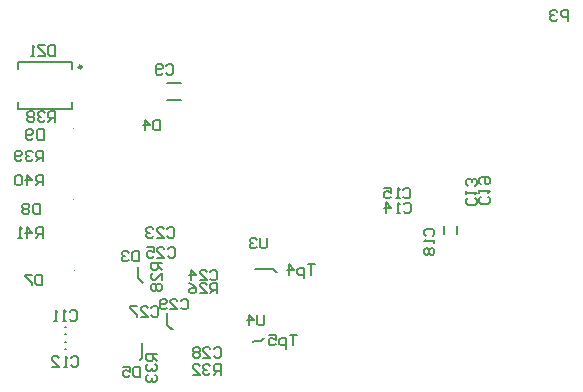
<source format=gbo>
G04*
G04 #@! TF.GenerationSoftware,Altium Limited,Altium Designer,19.0.4 (130)*
G04*
G04 Layer_Color=32896*
%FSLAX25Y25*%
%MOIN*%
G70*
G01*
G75*
%ADD10C,0.00984*%
%ADD12C,0.00394*%
%ADD13C,0.00787*%
%ADD16C,0.00700*%
%ADD74C,0.00591*%
D10*
X72146Y140059D02*
G03*
X72146Y140059I-492J0D01*
G01*
D12*
X69497Y119575D02*
G03*
X69497Y119575I-197J0D01*
G01*
Y95953D02*
G03*
X69497Y95953I-197J0D01*
G01*
X69969Y72331D02*
G03*
X69969Y72331I-197J0D01*
G01*
D13*
X91535Y42323D02*
X92126Y42913D01*
Y48031D01*
X90945Y69685D02*
X92520Y68110D01*
X90945Y69685D02*
Y73228D01*
X100689Y129035D02*
X105413D01*
X100689Y134744D02*
X105413D01*
X50984Y125984D02*
Y128248D01*
X69095Y125984D02*
Y128248D01*
X50984Y139469D02*
Y141732D01*
X69095Y139469D02*
Y141732D01*
X50984Y125984D02*
X69095D01*
X50984Y141732D02*
X69095D01*
X66535Y50984D02*
X66929D01*
X66535Y53347D02*
X66929D01*
X66535Y46063D02*
X66929D01*
X66535Y48425D02*
X66929D01*
X197244Y84252D02*
Y87008D01*
X192913Y84252D02*
Y87008D01*
D16*
X234252Y155512D02*
Y159011D01*
X232503D01*
X231919Y158428D01*
Y157261D01*
X232503Y156678D01*
X234252D01*
X230753Y158428D02*
X230170Y159011D01*
X229004D01*
X228420Y158428D01*
Y157844D01*
X229004Y157261D01*
X229587D01*
X229004D01*
X228420Y156678D01*
Y156095D01*
X229004Y155512D01*
X230170D01*
X230753Y156095D01*
X133071Y57436D02*
Y54520D01*
X132488Y53937D01*
X131321D01*
X130738Y54520D01*
Y57436D01*
X127823Y53937D02*
Y57436D01*
X129572Y55686D01*
X127239D01*
X133995Y83026D02*
Y80111D01*
X133412Y79528D01*
X132246D01*
X131662Y80111D01*
Y83026D01*
X130496Y82443D02*
X129913Y83026D01*
X128747D01*
X128164Y82443D01*
Y81860D01*
X128747Y81277D01*
X129330D01*
X128747D01*
X128164Y80694D01*
Y80111D01*
X128747Y79528D01*
X129913D01*
X130496Y80111D01*
X59252Y83071D02*
Y86570D01*
X57503D01*
X56919Y85987D01*
Y84820D01*
X57503Y84237D01*
X59252D01*
X58086D02*
X56919Y83071D01*
X54004D02*
Y86570D01*
X55753Y84820D01*
X53421D01*
X52254Y83071D02*
X51088D01*
X51671D01*
Y86570D01*
X52254Y85987D01*
X59252Y100591D02*
Y104089D01*
X57503D01*
X56919Y103506D01*
Y102340D01*
X57503Y101757D01*
X59252D01*
X58086D02*
X56919Y100591D01*
X54004D02*
Y104089D01*
X55753Y102340D01*
X53421D01*
X52254Y103506D02*
X51671Y104089D01*
X50505D01*
X49922Y103506D01*
Y101174D01*
X50505Y100591D01*
X51671D01*
X52254Y101174D01*
Y103506D01*
X59351Y108661D02*
Y112160D01*
X57601D01*
X57018Y111577D01*
Y110411D01*
X57601Y109828D01*
X59351D01*
X58184D02*
X57018Y108661D01*
X55852Y111577D02*
X55268Y112160D01*
X54102D01*
X53519Y111577D01*
Y110994D01*
X54102Y110411D01*
X54685D01*
X54102D01*
X53519Y109828D01*
Y109245D01*
X54102Y108661D01*
X55268D01*
X55852Y109245D01*
X52353D02*
X51770Y108661D01*
X50603D01*
X50020Y109245D01*
Y111577D01*
X50603Y112160D01*
X51770D01*
X52353Y111577D01*
Y110994D01*
X51770Y110411D01*
X50020D01*
X63386Y121700D02*
Y125199D01*
X61636D01*
X61053Y124616D01*
Y123449D01*
X61636Y122866D01*
X63386D01*
X62220D02*
X61053Y121700D01*
X59887Y124616D02*
X59304Y125199D01*
X58138D01*
X57554Y124616D01*
Y124033D01*
X58138Y123449D01*
X58721D01*
X58138D01*
X57554Y122866D01*
Y122283D01*
X58138Y121700D01*
X59304D01*
X59887Y122283D01*
X56388Y124616D02*
X55805Y125199D01*
X54639D01*
X54056Y124616D01*
Y124033D01*
X54639Y123449D01*
X54056Y122866D01*
Y122283D01*
X54639Y121700D01*
X55805D01*
X56388Y122283D01*
Y122866D01*
X55805Y123449D01*
X56388Y124033D01*
Y124616D01*
X55805Y123449D02*
X54639D01*
X143800Y50699D02*
X141467D01*
X142634D01*
Y47200D01*
X140301Y46034D02*
Y49533D01*
X138552D01*
X137969Y48949D01*
Y47783D01*
X138552Y47200D01*
X140301D01*
X134470Y50699D02*
X136802D01*
Y48949D01*
X135636Y49533D01*
X135053D01*
X134470Y48949D01*
Y47783D01*
X135053Y47200D01*
X136219D01*
X136802Y47783D01*
X149900Y74199D02*
X147567D01*
X148734D01*
Y70700D01*
X146401Y69534D02*
Y73033D01*
X144652D01*
X144069Y72449D01*
Y71283D01*
X144652Y70700D01*
X146401D01*
X141153D02*
Y74199D01*
X142902Y72449D01*
X140570D01*
X97244Y44488D02*
X93745D01*
Y42739D01*
X94328Y42156D01*
X95495D01*
X96078Y42739D01*
Y44488D01*
Y43322D02*
X97244Y42156D01*
X94328Y40989D02*
X93745Y40406D01*
Y39240D01*
X94328Y38657D01*
X94911D01*
X95495Y39240D01*
Y39823D01*
Y39240D01*
X96078Y38657D01*
X96661D01*
X97244Y39240D01*
Y40406D01*
X96661Y40989D01*
X94328Y37490D02*
X93745Y36907D01*
Y35741D01*
X94328Y35158D01*
X94911D01*
X95495Y35741D01*
Y36324D01*
Y35741D01*
X96078Y35158D01*
X96661D01*
X97244Y35741D01*
Y36907D01*
X96661Y37490D01*
X118504Y37402D02*
Y40900D01*
X116754D01*
X116171Y40317D01*
Y39151D01*
X116754Y38568D01*
X118504D01*
X117338D02*
X116171Y37402D01*
X115005Y40317D02*
X114422Y40900D01*
X113256D01*
X112672Y40317D01*
Y39734D01*
X113256Y39151D01*
X113839D01*
X113256D01*
X112672Y38568D01*
Y37985D01*
X113256Y37402D01*
X114422D01*
X115005Y37985D01*
X109174Y37402D02*
X111506D01*
X109174Y39734D01*
Y40317D01*
X109757Y40900D01*
X110923D01*
X111506Y40317D01*
X98819Y74803D02*
X95320D01*
Y73054D01*
X95903Y72471D01*
X97070D01*
X97653Y73054D01*
Y74803D01*
Y73637D02*
X98819Y72471D01*
Y68972D02*
Y71304D01*
X96486Y68972D01*
X95903D01*
X95320Y69555D01*
Y70721D01*
X95903Y71304D01*
Y67805D02*
X95320Y67222D01*
Y66056D01*
X95903Y65473D01*
X96486D01*
X97070Y66056D01*
X97653Y65473D01*
X98236D01*
X98819Y66056D01*
Y67222D01*
X98236Y67805D01*
X97653D01*
X97070Y67222D01*
X96486Y67805D01*
X95903D01*
X97070Y67222D02*
Y66056D01*
X117323Y64567D02*
Y68066D01*
X115573D01*
X114990Y67483D01*
Y66316D01*
X115573Y65733D01*
X117323D01*
X116156D02*
X114990Y64567D01*
X111491D02*
X113824D01*
X111491Y66900D01*
Y67483D01*
X112074Y68066D01*
X113241D01*
X113824Y67483D01*
X107992Y68066D02*
X109159Y67483D01*
X110325Y66316D01*
Y65150D01*
X109742Y64567D01*
X108576D01*
X107992Y65150D01*
Y65733D01*
X108576Y66316D01*
X110325D01*
X63386Y147200D02*
Y143701D01*
X61636D01*
X61053Y144284D01*
Y146616D01*
X61636Y147200D01*
X63386D01*
X59887D02*
X57554D01*
Y146616D01*
X59887Y144284D01*
Y143701D01*
X57554D01*
X56388D02*
X55222D01*
X55805D01*
Y147200D01*
X56388Y146616D01*
X59449Y119247D02*
Y115748D01*
X57699D01*
X57116Y116331D01*
Y118664D01*
X57699Y119247D01*
X59449D01*
X55950Y116331D02*
X55367Y115748D01*
X54201D01*
X53617Y116331D01*
Y118664D01*
X54201Y119247D01*
X55367D01*
X55950Y118664D01*
Y118081D01*
X55367Y117498D01*
X53617D01*
X58268Y94444D02*
Y90945D01*
X56518D01*
X55935Y91528D01*
Y93861D01*
X56518Y94444D01*
X58268D01*
X54769Y93861D02*
X54186Y94444D01*
X53019D01*
X52436Y93861D01*
Y93278D01*
X53019Y92694D01*
X52436Y92111D01*
Y91528D01*
X53019Y90945D01*
X54186D01*
X54769Y91528D01*
Y92111D01*
X54186Y92694D01*
X54769Y93278D01*
Y93861D01*
X54186Y92694D02*
X53019D01*
X59055Y70822D02*
Y67323D01*
X57306D01*
X56722Y67906D01*
Y70239D01*
X57306Y70822D01*
X59055D01*
X55556D02*
X53224D01*
Y70239D01*
X55556Y67906D01*
Y67323D01*
X91732Y40113D02*
Y36614D01*
X89983D01*
X89400Y37197D01*
Y39530D01*
X89983Y40113D01*
X91732D01*
X85901D02*
X88233D01*
Y38364D01*
X87067Y38947D01*
X86484D01*
X85901Y38364D01*
Y37197D01*
X86484Y36614D01*
X87650D01*
X88233Y37197D01*
X98400Y122399D02*
Y118900D01*
X96651D01*
X96067Y119483D01*
Y121816D01*
X96651Y122399D01*
X98400D01*
X93152Y118900D02*
Y122399D01*
X94901Y120649D01*
X92569D01*
X91339Y78696D02*
Y75197D01*
X89589D01*
X89006Y75780D01*
Y78113D01*
X89589Y78696D01*
X91339D01*
X87840Y78113D02*
X87257Y78696D01*
X86090D01*
X85507Y78113D01*
Y77529D01*
X86090Y76946D01*
X86673D01*
X86090D01*
X85507Y76363D01*
Y75780D01*
X86090Y75197D01*
X87257D01*
X87840Y75780D01*
X105267Y62116D02*
X105851Y62699D01*
X107017D01*
X107600Y62116D01*
Y59783D01*
X107017Y59200D01*
X105851D01*
X105267Y59783D01*
X101769Y59200D02*
X104101D01*
X101769Y61533D01*
Y62116D01*
X102352Y62699D01*
X103518D01*
X104101Y62116D01*
X100602Y59783D02*
X100019Y59200D01*
X98853D01*
X98270Y59783D01*
Y62116D01*
X98853Y62699D01*
X100019D01*
X100602Y62116D01*
Y61533D01*
X100019Y60949D01*
X98270D01*
X116267Y46026D02*
X116851Y46609D01*
X118017D01*
X118600Y46026D01*
Y43693D01*
X118017Y43110D01*
X116851D01*
X116267Y43693D01*
X112769Y43110D02*
X115101D01*
X112769Y45443D01*
Y46026D01*
X113352Y46609D01*
X114518D01*
X115101Y46026D01*
X111602D02*
X111019Y46609D01*
X109853D01*
X109270Y46026D01*
Y45443D01*
X109853Y44860D01*
X109270Y44276D01*
Y43693D01*
X109853Y43110D01*
X111019D01*
X111602Y43693D01*
Y44276D01*
X111019Y44860D01*
X111602Y45443D01*
Y46026D01*
X111019Y44860D02*
X109853D01*
X95367Y59616D02*
X95951Y60199D01*
X97117D01*
X97700Y59616D01*
Y57283D01*
X97117Y56700D01*
X95951D01*
X95367Y57283D01*
X91869Y56700D02*
X94201D01*
X91869Y59033D01*
Y59616D01*
X92452Y60199D01*
X93618D01*
X94201Y59616D01*
X90702Y60199D02*
X88370D01*
Y59616D01*
X90702Y57283D01*
Y56700D01*
X100867Y79416D02*
X101451Y79999D01*
X102617D01*
X103200Y79416D01*
Y77083D01*
X102617Y76500D01*
X101451D01*
X100867Y77083D01*
X97369Y76500D02*
X99701D01*
X97369Y78833D01*
Y79416D01*
X97952Y79999D01*
X99118D01*
X99701Y79416D01*
X93870Y79999D02*
X96202D01*
Y78249D01*
X95036Y78833D01*
X94453D01*
X93870Y78249D01*
Y77083D01*
X94453Y76500D01*
X95619D01*
X96202Y77083D01*
X114990Y71813D02*
X115573Y72396D01*
X116740D01*
X117323Y71813D01*
Y69481D01*
X116740Y68898D01*
X115573D01*
X114990Y69481D01*
X111491Y68898D02*
X113824D01*
X111491Y71230D01*
Y71813D01*
X112074Y72396D01*
X113241D01*
X113824Y71813D01*
X108576Y68898D02*
Y72396D01*
X110325Y70647D01*
X107992D01*
X100767Y85987D02*
X101351Y86570D01*
X102517D01*
X103100Y85987D01*
Y83654D01*
X102517Y83071D01*
X101351D01*
X100767Y83654D01*
X97269Y83071D02*
X99601D01*
X97269Y85403D01*
Y85987D01*
X97852Y86570D01*
X99018D01*
X99601Y85987D01*
X96102D02*
X95519Y86570D01*
X94353D01*
X93770Y85987D01*
Y85403D01*
X94353Y84820D01*
X94936D01*
X94353D01*
X93770Y84237D01*
Y83654D01*
X94353Y83071D01*
X95519D01*
X96102Y83654D01*
X207640Y96821D02*
X208223Y96238D01*
Y95071D01*
X207640Y94488D01*
X205308D01*
X204724Y95071D01*
Y96238D01*
X205308Y96821D01*
X204724Y97987D02*
Y99153D01*
Y98570D01*
X208223D01*
X207640Y97987D01*
X205308Y100903D02*
X204724Y101486D01*
Y102652D01*
X205308Y103235D01*
X207640D01*
X208223Y102652D01*
Y101486D01*
X207640Y100903D01*
X207057D01*
X206474Y101486D01*
Y103235D01*
X186847Y83691D02*
X186264Y84274D01*
Y85440D01*
X186847Y86024D01*
X189180D01*
X189763Y85440D01*
Y84274D01*
X189180Y83691D01*
X189763Y82525D02*
Y81358D01*
Y81942D01*
X186264D01*
X186847Y82525D01*
Y79609D02*
X186264Y79026D01*
Y77860D01*
X186847Y77276D01*
X187430D01*
X188013Y77860D01*
X188596Y77276D01*
X189180D01*
X189763Y77860D01*
Y79026D01*
X189180Y79609D01*
X188596D01*
X188013Y79026D01*
X187430Y79609D01*
X186847D01*
X188013Y79026D02*
Y77860D01*
X179367Y99176D02*
X179951Y99759D01*
X181117D01*
X181700Y99176D01*
Y96843D01*
X181117Y96260D01*
X179951D01*
X179367Y96843D01*
X178201Y96260D02*
X177035D01*
X177618D01*
Y99759D01*
X178201Y99176D01*
X172953Y99759D02*
X175285D01*
Y98009D01*
X174119Y98592D01*
X173536D01*
X172953Y98009D01*
Y96843D01*
X173536Y96260D01*
X174702D01*
X175285Y96843D01*
X179499Y94240D02*
X180088Y94817D01*
X181254Y94805D01*
X181831Y94216D01*
X181806Y91883D01*
X181217Y91306D01*
X180051Y91319D01*
X179474Y91908D01*
X178301Y91337D02*
X177135Y91350D01*
X177718Y91343D01*
X177755Y94842D01*
X178332Y94253D01*
X173636Y91387D02*
X173674Y94885D01*
X175404Y93117D01*
X173072Y93142D01*
X203321Y96427D02*
X203904Y95844D01*
Y94678D01*
X203321Y94095D01*
X200989D01*
X200405Y94678D01*
Y95844D01*
X200989Y96427D01*
X200405Y97593D02*
Y98760D01*
Y98176D01*
X203904D01*
X203321Y97593D01*
Y100509D02*
X203904Y101092D01*
Y102259D01*
X203321Y102842D01*
X202738D01*
X202155Y102259D01*
Y101675D01*
Y102259D01*
X201572Y102842D01*
X200989D01*
X200405Y102259D01*
Y101092D01*
X200989Y100509D01*
X68534Y43073D02*
X69117Y43656D01*
X70283D01*
X70866Y43073D01*
Y40741D01*
X70283Y40157D01*
X69117D01*
X68534Y40741D01*
X67367Y40157D02*
X66201D01*
X66784D01*
Y43656D01*
X67367Y43073D01*
X62119Y40157D02*
X64451D01*
X62119Y42490D01*
Y43073D01*
X62702Y43656D01*
X63868D01*
X64451Y43073D01*
X68140Y58428D02*
X68723Y59011D01*
X69889D01*
X70472Y58428D01*
Y56095D01*
X69889Y55512D01*
X68723D01*
X68140Y56095D01*
X66974Y55512D02*
X65807D01*
X66390D01*
Y59011D01*
X66974Y58428D01*
X64058Y55512D02*
X62892D01*
X63475D01*
Y59011D01*
X64058Y58428D01*
X100325Y140416D02*
X100908Y140999D01*
X102074D01*
X102657Y140416D01*
Y138083D01*
X102074Y137500D01*
X100908D01*
X100325Y138083D01*
X99159D02*
X98576Y137500D01*
X97409D01*
X96826Y138083D01*
Y140416D01*
X97409Y140999D01*
X98576D01*
X99159Y140416D01*
Y139833D01*
X98576Y139249D01*
X96826D01*
D74*
X100689Y54111D02*
X102200Y52600D01*
X102600D01*
X102000D02*
X102600D01*
X100689Y54111D02*
Y58100D01*
Y54111D02*
X102000Y52800D01*
Y52600D02*
Y52800D01*
X132978Y49813D02*
X133071D01*
X131928Y48763D02*
X132978Y49813D01*
X129134Y48313D02*
X129584Y48763D01*
X131928D01*
X137008Y71653D02*
X137402D01*
X135827Y72835D02*
X137008Y71653D01*
X129921Y72835D02*
X135827D01*
M02*

</source>
